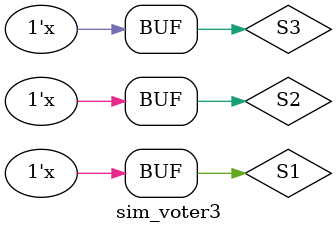
<source format=v>
`timescale 1ns / 1ps


module sim_voter3();
reg S1,S2,S3;
wire Z;
voter3 v1(S1,S2,S3,Z);
initial
    begin 
        S1 = 0;S2 = 0;S3 = 0;
    end
always #20 {S1,S2,S3} = {S1,S2,S3} + 1;
endmodule

</source>
